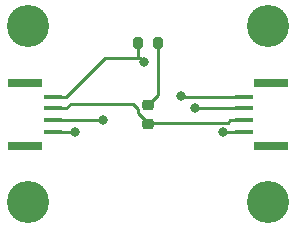
<source format=gbr>
%TF.GenerationSoftware,KiCad,Pcbnew,7.0.2-6a45011f42~172~ubuntu22.04.1*%
%TF.CreationDate,2023-09-05T11:02:04-07:00*%
%TF.ProjectId,basic_led,62617369-635f-46c6-9564-2e6b69636164,rev?*%
%TF.SameCoordinates,Original*%
%TF.FileFunction,Copper,L1,Top*%
%TF.FilePolarity,Positive*%
%FSLAX46Y46*%
G04 Gerber Fmt 4.6, Leading zero omitted, Abs format (unit mm)*
G04 Created by KiCad (PCBNEW 7.0.2-6a45011f42~172~ubuntu22.04.1) date 2023-09-05 11:02:04*
%MOMM*%
%LPD*%
G01*
G04 APERTURE LIST*
G04 Aperture macros list*
%AMRoundRect*
0 Rectangle with rounded corners*
0 $1 Rounding radius*
0 $2 $3 $4 $5 $6 $7 $8 $9 X,Y pos of 4 corners*
0 Add a 4 corners polygon primitive as box body*
4,1,4,$2,$3,$4,$5,$6,$7,$8,$9,$2,$3,0*
0 Add four circle primitives for the rounded corners*
1,1,$1+$1,$2,$3*
1,1,$1+$1,$4,$5*
1,1,$1+$1,$6,$7*
1,1,$1+$1,$8,$9*
0 Add four rect primitives between the rounded corners*
20,1,$1+$1,$2,$3,$4,$5,0*
20,1,$1+$1,$4,$5,$6,$7,0*
20,1,$1+$1,$6,$7,$8,$9,0*
20,1,$1+$1,$8,$9,$2,$3,0*%
G04 Aperture macros list end*
%TA.AperFunction,ComponentPad*%
%ADD10C,3.570000*%
%TD*%
%TA.AperFunction,SMDPad,CuDef*%
%ADD11RoundRect,0.218750X-0.256250X0.218750X-0.256250X-0.218750X0.256250X-0.218750X0.256250X0.218750X0*%
%TD*%
%TA.AperFunction,SMDPad,CuDef*%
%ADD12R,3.000000X0.800000*%
%TD*%
%TA.AperFunction,SMDPad,CuDef*%
%ADD13R,1.600000X0.400000*%
%TD*%
%TA.AperFunction,SMDPad,CuDef*%
%ADD14RoundRect,0.200000X0.200000X0.275000X-0.200000X0.275000X-0.200000X-0.275000X0.200000X-0.275000X0*%
%TD*%
%TA.AperFunction,ViaPad*%
%ADD15C,0.800000*%
%TD*%
%TA.AperFunction,Conductor*%
%ADD16C,0.250000*%
%TD*%
G04 APERTURE END LIST*
D10*
%TO.P,M1,~*%
%TO.N,N/C*%
X52540000Y-52540000D03*
%TD*%
%TO.P,M2,~*%
%TO.N,N/C*%
X72860000Y-52540000D03*
%TD*%
%TO.P,M3,~*%
%TO.N,N/C*%
X72860000Y-67460000D03*
%TD*%
%TO.P,M4,~*%
%TO.N,N/C*%
X52540000Y-67460000D03*
%TD*%
D11*
%TO.P,D1,1*%
%TO.N,Net-(D1-Pad1)*%
X62700000Y-59212500D03*
%TO.P,D1,2*%
%TO.N,/3V3*%
X62700000Y-60787500D03*
%TD*%
D12*
%TO.P,J1,*%
%TO.N,*%
X52300000Y-62650000D03*
X52300000Y-57350000D03*
D13*
%TO.P,J1,1*%
%TO.N,GND*%
X54625000Y-58500000D03*
%TO.P,J1,2*%
%TO.N,/3V3*%
X54625000Y-59500000D03*
%TO.P,J1,3*%
%TO.N,/SDA*%
X54625000Y-60500000D03*
%TO.P,J1,4*%
%TO.N,/SCL*%
X54625000Y-61500000D03*
%TD*%
D12*
%TO.P,J2,*%
%TO.N,*%
X73100000Y-57350000D03*
X73100000Y-62650000D03*
D13*
%TO.P,J2,1*%
%TO.N,GND*%
X70775000Y-61500000D03*
%TO.P,J2,2*%
%TO.N,/3V3*%
X70775000Y-60500000D03*
%TO.P,J2,3*%
%TO.N,/SDA*%
X70775000Y-59500000D03*
%TO.P,J2,4*%
%TO.N,/SCL*%
X70775000Y-58500000D03*
%TD*%
D14*
%TO.P,R1,1*%
%TO.N,Net-(D1-Pad1)*%
X63525000Y-54000000D03*
%TO.P,R1,2*%
%TO.N,GND*%
X61875000Y-54000000D03*
%TD*%
D15*
%TO.N,GND*%
X69000000Y-61500000D03*
X62322600Y-55554500D03*
%TO.N,/SCL*%
X65487200Y-58416600D03*
X56500000Y-61500000D03*
%TO.N,/SDA*%
X66700000Y-59500000D03*
X58850000Y-60500000D03*
%TD*%
D16*
%TO.N,GND*%
X61999500Y-55231400D02*
X61875000Y-55231400D01*
X61875000Y-55231400D02*
X59018900Y-55231400D01*
X54625000Y-58500000D02*
X55750300Y-58500000D01*
X59018900Y-55231400D02*
X55750300Y-58500000D01*
X62322600Y-55554500D02*
X61999500Y-55231400D01*
X70775000Y-61500000D02*
X69649700Y-61500000D01*
X69649700Y-61500000D02*
X69000000Y-61500000D01*
X61875000Y-55231400D02*
X61875000Y-54000000D01*
%TO.N,Net-(D1-Pad1)*%
X63525000Y-54000000D02*
X63525000Y-58387500D01*
X63525000Y-58387500D02*
X62700000Y-59212500D01*
%TO.N,/3V3*%
X61846300Y-59511900D02*
X61421500Y-59087100D01*
X62700000Y-60787500D02*
X62700000Y-60704700D01*
X56163200Y-59087100D02*
X55750300Y-59500000D01*
X54625000Y-59500000D02*
X55750300Y-59500000D01*
X61846300Y-59851000D02*
X61846300Y-59511900D01*
X62700000Y-60704700D02*
X69445000Y-60704700D01*
X62700000Y-60704700D02*
X61846300Y-59851000D01*
X69445000Y-60704700D02*
X69649700Y-60500000D01*
X70775000Y-60500000D02*
X69649700Y-60500000D01*
X61421500Y-59087100D02*
X56163200Y-59087100D01*
%TO.N,/SCL*%
X55750300Y-61500000D02*
X56500000Y-61500000D01*
X65570600Y-58500000D02*
X65487200Y-58416600D01*
X70775000Y-58500000D02*
X65570600Y-58500000D01*
X54625000Y-61500000D02*
X55750300Y-61500000D01*
%TO.N,/SDA*%
X54625000Y-60500000D02*
X58850000Y-60500000D01*
X70775000Y-59500000D02*
X69649700Y-59500000D01*
X69649700Y-59500000D02*
X66700000Y-59500000D01*
%TD*%
M02*

</source>
